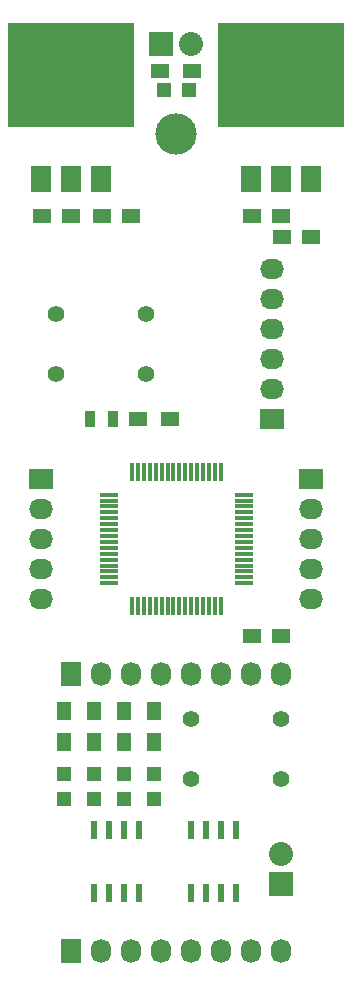
<source format=gts>
%FSLAX46Y46*%
G04 Gerber Fmt 4.6, Leading zero omitted, Abs format (unit mm)*
G04 Created by KiCad (PCBNEW (20140926 BZR5148)-product) date Fri 30 Jan 2015 01:27:10 AM CST*
%MOMM*%
G01*
G04 APERTURE LIST*
%ADD10C,0.100000*%
%ADD11R,2.032000X1.727200*%
%ADD12O,2.032000X1.727200*%
%ADD13R,1.500000X1.250000*%
%ADD14R,1.198880X1.198880*%
%ADD15R,0.889000X1.397000*%
%ADD16R,2.032000X2.032000*%
%ADD17O,2.032000X2.032000*%
%ADD18R,1.727200X2.032000*%
%ADD19O,1.727200X2.032000*%
%ADD20R,0.600000X1.550000*%
%ADD21R,1.300000X1.500000*%
%ADD22R,1.500000X1.300000*%
%ADD23C,1.397000*%
%ADD24R,1.500000X0.300000*%
%ADD25R,0.300000X1.500000*%
%ADD26R,10.668000X8.890000*%
%ADD27R,1.778000X2.286000*%
%ADD28C,3.500000*%
G04 APERTURE END LIST*
D10*
D11*
X160528000Y-77470000D03*
D12*
X160528000Y-74930000D03*
X160528000Y-72390000D03*
X160528000Y-69850000D03*
X160528000Y-67310000D03*
X160528000Y-64770000D03*
D13*
X161270000Y-95885000D03*
X158770000Y-95885000D03*
X146070000Y-60325000D03*
X148570000Y-60325000D03*
X163810000Y-62103000D03*
X161310000Y-62103000D03*
X161270000Y-60325000D03*
X158770000Y-60325000D03*
X143490000Y-60325000D03*
X140990000Y-60325000D03*
D14*
X150495000Y-107535980D03*
X150495000Y-109634020D03*
X147955000Y-107535980D03*
X147955000Y-109634020D03*
X145415000Y-107535980D03*
X145415000Y-109634020D03*
X142875000Y-107535980D03*
X142875000Y-109634020D03*
X151350980Y-49657000D03*
X153449020Y-49657000D03*
D15*
X145097500Y-77470000D03*
X147002500Y-77470000D03*
D16*
X151130000Y-45720000D03*
D17*
X153670000Y-45720000D03*
D16*
X161290000Y-116840000D03*
D17*
X161290000Y-114300000D03*
D18*
X143510000Y-122555000D03*
D19*
X146050000Y-122555000D03*
X148590000Y-122555000D03*
X151130000Y-122555000D03*
X153670000Y-122555000D03*
X156210000Y-122555000D03*
X158750000Y-122555000D03*
X161290000Y-122555000D03*
D20*
X149225000Y-112235000D03*
X147955000Y-112235000D03*
X146685000Y-112235000D03*
X145415000Y-112235000D03*
X145415000Y-117635000D03*
X146685000Y-117635000D03*
X147955000Y-117635000D03*
X149225000Y-117635000D03*
X157480000Y-112235000D03*
X156210000Y-112235000D03*
X154940000Y-112235000D03*
X153670000Y-112235000D03*
X153670000Y-117635000D03*
X154940000Y-117635000D03*
X156210000Y-117635000D03*
X157480000Y-117635000D03*
D21*
X150495000Y-102155000D03*
X150495000Y-104855000D03*
X147955000Y-102155000D03*
X147955000Y-104855000D03*
X145415000Y-102155000D03*
X145415000Y-104855000D03*
X142875000Y-102155000D03*
X142875000Y-104855000D03*
D22*
X149145000Y-77470000D03*
X151845000Y-77470000D03*
X151050000Y-48006000D03*
X153750000Y-48006000D03*
D23*
X161290000Y-102870000D03*
X161290000Y-107950000D03*
X153670000Y-102870000D03*
X153670000Y-107950000D03*
X149860000Y-68580000D03*
X149860000Y-73660000D03*
X142240000Y-68580000D03*
X142240000Y-73660000D03*
D24*
X146700000Y-83880000D03*
X146700000Y-84380000D03*
X146700000Y-84880000D03*
X146700000Y-85380000D03*
X146700000Y-85880000D03*
X146700000Y-86380000D03*
X146700000Y-86880000D03*
X146700000Y-87380000D03*
X146700000Y-87880000D03*
X146700000Y-88380000D03*
X146700000Y-88880000D03*
X146700000Y-89380000D03*
X146700000Y-89880000D03*
X146700000Y-90380000D03*
X146700000Y-90880000D03*
X146700000Y-91380000D03*
D25*
X148650000Y-93330000D03*
X149150000Y-93330000D03*
X149650000Y-93330000D03*
X150150000Y-93330000D03*
X150650000Y-93330000D03*
X151150000Y-93330000D03*
X151650000Y-93330000D03*
X152150000Y-93330000D03*
X152650000Y-93330000D03*
X153150000Y-93330000D03*
X153650000Y-93330000D03*
X154150000Y-93330000D03*
X154650000Y-93330000D03*
X155150000Y-93330000D03*
X155650000Y-93330000D03*
X156150000Y-93330000D03*
D24*
X158100000Y-91380000D03*
X158100000Y-90880000D03*
X158100000Y-90380000D03*
X158100000Y-89880000D03*
X158100000Y-89380000D03*
X158100000Y-88880000D03*
X158100000Y-88380000D03*
X158100000Y-87880000D03*
X158100000Y-87380000D03*
X158100000Y-86880000D03*
X158100000Y-86380000D03*
X158100000Y-85880000D03*
X158100000Y-85380000D03*
X158100000Y-84880000D03*
X158100000Y-84380000D03*
X158100000Y-83880000D03*
D25*
X156150000Y-81930000D03*
X155650000Y-81930000D03*
X155150000Y-81930000D03*
X154650000Y-81930000D03*
X154150000Y-81930000D03*
X153650000Y-81930000D03*
X153150000Y-81930000D03*
X152650000Y-81930000D03*
X152150000Y-81930000D03*
X151650000Y-81930000D03*
X151150000Y-81930000D03*
X150650000Y-81930000D03*
X150150000Y-81930000D03*
X149650000Y-81930000D03*
X149150000Y-81930000D03*
X148650000Y-81930000D03*
D26*
X143510000Y-48387000D03*
D27*
X143510000Y-57150000D03*
X140970000Y-57150000D03*
X146050000Y-57150000D03*
D26*
X161290000Y-48387000D03*
D27*
X161290000Y-57150000D03*
X158750000Y-57150000D03*
X163830000Y-57150000D03*
D11*
X140970000Y-82550000D03*
D12*
X140970000Y-85090000D03*
X140970000Y-87630000D03*
X140970000Y-90170000D03*
X140970000Y-92710000D03*
D11*
X163830000Y-82550000D03*
D12*
X163830000Y-85090000D03*
X163830000Y-87630000D03*
X163830000Y-90170000D03*
X163830000Y-92710000D03*
D18*
X143510000Y-99060000D03*
D19*
X146050000Y-99060000D03*
X148590000Y-99060000D03*
X151130000Y-99060000D03*
X153670000Y-99060000D03*
X156210000Y-99060000D03*
X158750000Y-99060000D03*
X161290000Y-99060000D03*
D28*
X152400000Y-53340000D03*
M02*

</source>
